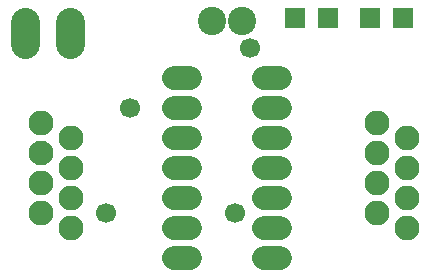
<source format=gbr>
%FSLAX34Y34*%
%MOMM*%
%LNSOLDERMASK_TOP*%
G71*
G01*
%ADD10C,2.000*%
%ADD11C,2.120*%
%ADD12C,2.100*%
%ADD13C,1.700*%
%ADD14C,2.480*%
%ADD15C,2.400*%
%ADD16R,1.800X1.800*%
%LPD*%
G54D10*
X292325Y927345D02*
X278325Y927345D01*
G54D10*
X292325Y901945D02*
X278325Y901945D01*
G54D10*
X292325Y876545D02*
X278325Y876545D01*
G54D10*
X292325Y851145D02*
X278325Y851145D01*
G54D10*
X292325Y825745D02*
X278325Y825745D01*
G54D10*
X292325Y800345D02*
X278325Y800345D01*
G54D10*
X292325Y774945D02*
X278325Y774945D01*
G54D10*
X368525Y774945D02*
X354525Y774945D01*
G54D10*
X368525Y800345D02*
X354525Y800345D01*
G54D10*
X368525Y825745D02*
X354525Y825745D01*
G54D10*
X368525Y851145D02*
X354525Y851145D01*
G54D10*
X368525Y876545D02*
X354525Y876545D01*
G54D10*
X368525Y901945D02*
X354525Y901945D01*
G54D10*
X368525Y927345D02*
X354525Y927345D01*
X191720Y800150D02*
G54D11*
D03*
X166320Y812850D02*
G54D11*
D03*
X191720Y825550D02*
G54D11*
D03*
X166320Y838250D02*
G54D11*
D03*
X191720Y850950D02*
G54D11*
D03*
X166320Y863650D02*
G54D12*
D03*
X191720Y876350D02*
G54D11*
D03*
X166320Y889050D02*
G54D11*
D03*
X476200Y876250D02*
G54D11*
D03*
X450800Y863550D02*
G54D11*
D03*
X476200Y850850D02*
G54D11*
D03*
X450800Y838150D02*
G54D11*
D03*
X476200Y825450D02*
G54D11*
D03*
X450800Y812750D02*
G54D11*
D03*
X476200Y800050D02*
G54D11*
D03*
X330200Y812800D02*
G54D13*
D03*
X241300Y901700D02*
G54D13*
D03*
X221420Y812850D02*
G54D13*
D03*
G54D14*
X152400Y974600D02*
X152400Y955800D01*
G54D14*
X190500Y974600D02*
X190500Y955800D01*
X450800Y888950D02*
G54D11*
D03*
X311150Y975360D02*
G54D15*
D03*
X336550Y975360D02*
G54D15*
D03*
X342900Y952500D02*
G54D13*
D03*
X381000Y977900D02*
G54D16*
D03*
X409000Y977900D02*
G54D16*
D03*
X444500Y977900D02*
G54D16*
D03*
X472500Y977900D02*
G54D16*
D03*
M02*

</source>
